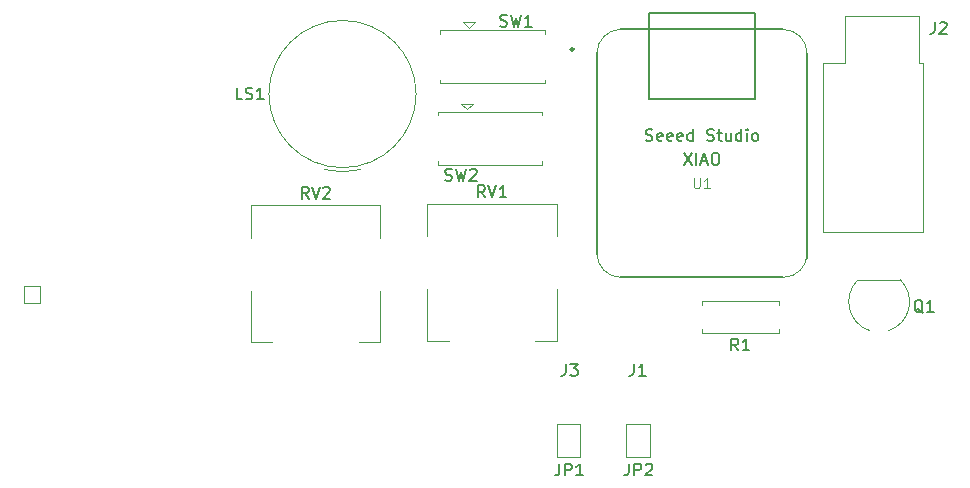
<source format=gbr>
%TF.GenerationSoftware,KiCad,Pcbnew,8.0.5*%
%TF.CreationDate,2025-07-03T02:12:50-07:00*%
%TF.ProjectId,Penguin_Paddle,50656e67-7569-46e5-9f50-6164646c652e, 4*%
%TF.SameCoordinates,Original*%
%TF.FileFunction,Legend,Top*%
%TF.FilePolarity,Positive*%
%FSLAX46Y46*%
G04 Gerber Fmt 4.6, Leading zero omitted, Abs format (unit mm)*
G04 Created by KiCad (PCBNEW 8.0.5) date 2025-07-03 02:12:50*
%MOMM*%
%LPD*%
G01*
G04 APERTURE LIST*
%ADD10C,0.150000*%
%ADD11C,0.101600*%
%ADD12C,0.120000*%
%ADD13C,0.127000*%
%ADD14C,0.254000*%
%ADD15C,0.025400*%
G04 APERTURE END LIST*
D10*
X221076666Y-110934819D02*
X221076666Y-111649104D01*
X221076666Y-111649104D02*
X221029047Y-111791961D01*
X221029047Y-111791961D02*
X220933809Y-111887200D01*
X220933809Y-111887200D02*
X220790952Y-111934819D01*
X220790952Y-111934819D02*
X220695714Y-111934819D01*
X221457619Y-110934819D02*
X222076666Y-110934819D01*
X222076666Y-110934819D02*
X221743333Y-111315771D01*
X221743333Y-111315771D02*
X221886190Y-111315771D01*
X221886190Y-111315771D02*
X221981428Y-111363390D01*
X221981428Y-111363390D02*
X222029047Y-111411009D01*
X222029047Y-111411009D02*
X222076666Y-111506247D01*
X222076666Y-111506247D02*
X222076666Y-111744342D01*
X222076666Y-111744342D02*
X222029047Y-111839580D01*
X222029047Y-111839580D02*
X221981428Y-111887200D01*
X221981428Y-111887200D02*
X221886190Y-111934819D01*
X221886190Y-111934819D02*
X221600476Y-111934819D01*
X221600476Y-111934819D02*
X221505238Y-111887200D01*
X221505238Y-111887200D02*
X221457619Y-111839580D01*
X251324761Y-106610057D02*
X251229523Y-106562438D01*
X251229523Y-106562438D02*
X251134285Y-106467200D01*
X251134285Y-106467200D02*
X250991428Y-106324342D01*
X250991428Y-106324342D02*
X250896190Y-106276723D01*
X250896190Y-106276723D02*
X250800952Y-106276723D01*
X250848571Y-106514819D02*
X250753333Y-106467200D01*
X250753333Y-106467200D02*
X250658095Y-106371961D01*
X250658095Y-106371961D02*
X250610476Y-106181485D01*
X250610476Y-106181485D02*
X250610476Y-105848152D01*
X250610476Y-105848152D02*
X250658095Y-105657676D01*
X250658095Y-105657676D02*
X250753333Y-105562438D01*
X250753333Y-105562438D02*
X250848571Y-105514819D01*
X250848571Y-105514819D02*
X251039047Y-105514819D01*
X251039047Y-105514819D02*
X251134285Y-105562438D01*
X251134285Y-105562438D02*
X251229523Y-105657676D01*
X251229523Y-105657676D02*
X251277142Y-105848152D01*
X251277142Y-105848152D02*
X251277142Y-106181485D01*
X251277142Y-106181485D02*
X251229523Y-106371961D01*
X251229523Y-106371961D02*
X251134285Y-106467200D01*
X251134285Y-106467200D02*
X251039047Y-106514819D01*
X251039047Y-106514819D02*
X250848571Y-106514819D01*
X252229523Y-106514819D02*
X251658095Y-106514819D01*
X251943809Y-106514819D02*
X251943809Y-105514819D01*
X251943809Y-105514819D02*
X251848571Y-105657676D01*
X251848571Y-105657676D02*
X251753333Y-105752914D01*
X251753333Y-105752914D02*
X251658095Y-105800533D01*
X199294761Y-96939819D02*
X198961428Y-96463628D01*
X198723333Y-96939819D02*
X198723333Y-95939819D01*
X198723333Y-95939819D02*
X199104285Y-95939819D01*
X199104285Y-95939819D02*
X199199523Y-95987438D01*
X199199523Y-95987438D02*
X199247142Y-96035057D01*
X199247142Y-96035057D02*
X199294761Y-96130295D01*
X199294761Y-96130295D02*
X199294761Y-96273152D01*
X199294761Y-96273152D02*
X199247142Y-96368390D01*
X199247142Y-96368390D02*
X199199523Y-96416009D01*
X199199523Y-96416009D02*
X199104285Y-96463628D01*
X199104285Y-96463628D02*
X198723333Y-96463628D01*
X199580476Y-95939819D02*
X199913809Y-96939819D01*
X199913809Y-96939819D02*
X200247142Y-95939819D01*
X200532857Y-96035057D02*
X200580476Y-95987438D01*
X200580476Y-95987438D02*
X200675714Y-95939819D01*
X200675714Y-95939819D02*
X200913809Y-95939819D01*
X200913809Y-95939819D02*
X201009047Y-95987438D01*
X201009047Y-95987438D02*
X201056666Y-96035057D01*
X201056666Y-96035057D02*
X201104285Y-96130295D01*
X201104285Y-96130295D02*
X201104285Y-96225533D01*
X201104285Y-96225533D02*
X201056666Y-96368390D01*
X201056666Y-96368390D02*
X200485238Y-96939819D01*
X200485238Y-96939819D02*
X201104285Y-96939819D01*
X214234761Y-96809819D02*
X213901428Y-96333628D01*
X213663333Y-96809819D02*
X213663333Y-95809819D01*
X213663333Y-95809819D02*
X214044285Y-95809819D01*
X214044285Y-95809819D02*
X214139523Y-95857438D01*
X214139523Y-95857438D02*
X214187142Y-95905057D01*
X214187142Y-95905057D02*
X214234761Y-96000295D01*
X214234761Y-96000295D02*
X214234761Y-96143152D01*
X214234761Y-96143152D02*
X214187142Y-96238390D01*
X214187142Y-96238390D02*
X214139523Y-96286009D01*
X214139523Y-96286009D02*
X214044285Y-96333628D01*
X214044285Y-96333628D02*
X213663333Y-96333628D01*
X214520476Y-95809819D02*
X214853809Y-96809819D01*
X214853809Y-96809819D02*
X215187142Y-95809819D01*
X216044285Y-96809819D02*
X215472857Y-96809819D01*
X215758571Y-96809819D02*
X215758571Y-95809819D01*
X215758571Y-95809819D02*
X215663333Y-95952676D01*
X215663333Y-95952676D02*
X215568095Y-96047914D01*
X215568095Y-96047914D02*
X215472857Y-96095533D01*
X220536666Y-119374819D02*
X220536666Y-120089104D01*
X220536666Y-120089104D02*
X220489047Y-120231961D01*
X220489047Y-120231961D02*
X220393809Y-120327200D01*
X220393809Y-120327200D02*
X220250952Y-120374819D01*
X220250952Y-120374819D02*
X220155714Y-120374819D01*
X221012857Y-120374819D02*
X221012857Y-119374819D01*
X221012857Y-119374819D02*
X221393809Y-119374819D01*
X221393809Y-119374819D02*
X221489047Y-119422438D01*
X221489047Y-119422438D02*
X221536666Y-119470057D01*
X221536666Y-119470057D02*
X221584285Y-119565295D01*
X221584285Y-119565295D02*
X221584285Y-119708152D01*
X221584285Y-119708152D02*
X221536666Y-119803390D01*
X221536666Y-119803390D02*
X221489047Y-119851009D01*
X221489047Y-119851009D02*
X221393809Y-119898628D01*
X221393809Y-119898628D02*
X221012857Y-119898628D01*
X222536666Y-120374819D02*
X221965238Y-120374819D01*
X222250952Y-120374819D02*
X222250952Y-119374819D01*
X222250952Y-119374819D02*
X222155714Y-119517676D01*
X222155714Y-119517676D02*
X222060476Y-119612914D01*
X222060476Y-119612914D02*
X221965238Y-119660533D01*
D11*
X231927666Y-95156985D02*
X231927666Y-95876652D01*
X231927666Y-95876652D02*
X231970000Y-95961318D01*
X231970000Y-95961318D02*
X232012333Y-96003652D01*
X232012333Y-96003652D02*
X232097000Y-96045985D01*
X232097000Y-96045985D02*
X232266333Y-96045985D01*
X232266333Y-96045985D02*
X232351000Y-96003652D01*
X232351000Y-96003652D02*
X232393333Y-95961318D01*
X232393333Y-95961318D02*
X232435666Y-95876652D01*
X232435666Y-95876652D02*
X232435666Y-95156985D01*
X233324666Y-96045985D02*
X232816666Y-96045985D01*
X233070666Y-96045985D02*
X233070666Y-95156985D01*
X233070666Y-95156985D02*
X232985999Y-95283985D01*
X232985999Y-95283985D02*
X232901333Y-95368652D01*
X232901333Y-95368652D02*
X232816666Y-95410985D01*
D10*
X227843095Y-92007200D02*
X227985952Y-92054819D01*
X227985952Y-92054819D02*
X228224047Y-92054819D01*
X228224047Y-92054819D02*
X228319285Y-92007200D01*
X228319285Y-92007200D02*
X228366904Y-91959580D01*
X228366904Y-91959580D02*
X228414523Y-91864342D01*
X228414523Y-91864342D02*
X228414523Y-91769104D01*
X228414523Y-91769104D02*
X228366904Y-91673866D01*
X228366904Y-91673866D02*
X228319285Y-91626247D01*
X228319285Y-91626247D02*
X228224047Y-91578628D01*
X228224047Y-91578628D02*
X228033571Y-91531009D01*
X228033571Y-91531009D02*
X227938333Y-91483390D01*
X227938333Y-91483390D02*
X227890714Y-91435771D01*
X227890714Y-91435771D02*
X227843095Y-91340533D01*
X227843095Y-91340533D02*
X227843095Y-91245295D01*
X227843095Y-91245295D02*
X227890714Y-91150057D01*
X227890714Y-91150057D02*
X227938333Y-91102438D01*
X227938333Y-91102438D02*
X228033571Y-91054819D01*
X228033571Y-91054819D02*
X228271666Y-91054819D01*
X228271666Y-91054819D02*
X228414523Y-91102438D01*
X229224047Y-92007200D02*
X229128809Y-92054819D01*
X229128809Y-92054819D02*
X228938333Y-92054819D01*
X228938333Y-92054819D02*
X228843095Y-92007200D01*
X228843095Y-92007200D02*
X228795476Y-91911961D01*
X228795476Y-91911961D02*
X228795476Y-91531009D01*
X228795476Y-91531009D02*
X228843095Y-91435771D01*
X228843095Y-91435771D02*
X228938333Y-91388152D01*
X228938333Y-91388152D02*
X229128809Y-91388152D01*
X229128809Y-91388152D02*
X229224047Y-91435771D01*
X229224047Y-91435771D02*
X229271666Y-91531009D01*
X229271666Y-91531009D02*
X229271666Y-91626247D01*
X229271666Y-91626247D02*
X228795476Y-91721485D01*
X230081190Y-92007200D02*
X229985952Y-92054819D01*
X229985952Y-92054819D02*
X229795476Y-92054819D01*
X229795476Y-92054819D02*
X229700238Y-92007200D01*
X229700238Y-92007200D02*
X229652619Y-91911961D01*
X229652619Y-91911961D02*
X229652619Y-91531009D01*
X229652619Y-91531009D02*
X229700238Y-91435771D01*
X229700238Y-91435771D02*
X229795476Y-91388152D01*
X229795476Y-91388152D02*
X229985952Y-91388152D01*
X229985952Y-91388152D02*
X230081190Y-91435771D01*
X230081190Y-91435771D02*
X230128809Y-91531009D01*
X230128809Y-91531009D02*
X230128809Y-91626247D01*
X230128809Y-91626247D02*
X229652619Y-91721485D01*
X230938333Y-92007200D02*
X230843095Y-92054819D01*
X230843095Y-92054819D02*
X230652619Y-92054819D01*
X230652619Y-92054819D02*
X230557381Y-92007200D01*
X230557381Y-92007200D02*
X230509762Y-91911961D01*
X230509762Y-91911961D02*
X230509762Y-91531009D01*
X230509762Y-91531009D02*
X230557381Y-91435771D01*
X230557381Y-91435771D02*
X230652619Y-91388152D01*
X230652619Y-91388152D02*
X230843095Y-91388152D01*
X230843095Y-91388152D02*
X230938333Y-91435771D01*
X230938333Y-91435771D02*
X230985952Y-91531009D01*
X230985952Y-91531009D02*
X230985952Y-91626247D01*
X230985952Y-91626247D02*
X230509762Y-91721485D01*
X231843095Y-92054819D02*
X231843095Y-91054819D01*
X231843095Y-92007200D02*
X231747857Y-92054819D01*
X231747857Y-92054819D02*
X231557381Y-92054819D01*
X231557381Y-92054819D02*
X231462143Y-92007200D01*
X231462143Y-92007200D02*
X231414524Y-91959580D01*
X231414524Y-91959580D02*
X231366905Y-91864342D01*
X231366905Y-91864342D02*
X231366905Y-91578628D01*
X231366905Y-91578628D02*
X231414524Y-91483390D01*
X231414524Y-91483390D02*
X231462143Y-91435771D01*
X231462143Y-91435771D02*
X231557381Y-91388152D01*
X231557381Y-91388152D02*
X231747857Y-91388152D01*
X231747857Y-91388152D02*
X231843095Y-91435771D01*
X233033572Y-92007200D02*
X233176429Y-92054819D01*
X233176429Y-92054819D02*
X233414524Y-92054819D01*
X233414524Y-92054819D02*
X233509762Y-92007200D01*
X233509762Y-92007200D02*
X233557381Y-91959580D01*
X233557381Y-91959580D02*
X233605000Y-91864342D01*
X233605000Y-91864342D02*
X233605000Y-91769104D01*
X233605000Y-91769104D02*
X233557381Y-91673866D01*
X233557381Y-91673866D02*
X233509762Y-91626247D01*
X233509762Y-91626247D02*
X233414524Y-91578628D01*
X233414524Y-91578628D02*
X233224048Y-91531009D01*
X233224048Y-91531009D02*
X233128810Y-91483390D01*
X233128810Y-91483390D02*
X233081191Y-91435771D01*
X233081191Y-91435771D02*
X233033572Y-91340533D01*
X233033572Y-91340533D02*
X233033572Y-91245295D01*
X233033572Y-91245295D02*
X233081191Y-91150057D01*
X233081191Y-91150057D02*
X233128810Y-91102438D01*
X233128810Y-91102438D02*
X233224048Y-91054819D01*
X233224048Y-91054819D02*
X233462143Y-91054819D01*
X233462143Y-91054819D02*
X233605000Y-91102438D01*
X233890715Y-91388152D02*
X234271667Y-91388152D01*
X234033572Y-91054819D02*
X234033572Y-91911961D01*
X234033572Y-91911961D02*
X234081191Y-92007200D01*
X234081191Y-92007200D02*
X234176429Y-92054819D01*
X234176429Y-92054819D02*
X234271667Y-92054819D01*
X235033572Y-91388152D02*
X235033572Y-92054819D01*
X234605001Y-91388152D02*
X234605001Y-91911961D01*
X234605001Y-91911961D02*
X234652620Y-92007200D01*
X234652620Y-92007200D02*
X234747858Y-92054819D01*
X234747858Y-92054819D02*
X234890715Y-92054819D01*
X234890715Y-92054819D02*
X234985953Y-92007200D01*
X234985953Y-92007200D02*
X235033572Y-91959580D01*
X235938334Y-92054819D02*
X235938334Y-91054819D01*
X235938334Y-92007200D02*
X235843096Y-92054819D01*
X235843096Y-92054819D02*
X235652620Y-92054819D01*
X235652620Y-92054819D02*
X235557382Y-92007200D01*
X235557382Y-92007200D02*
X235509763Y-91959580D01*
X235509763Y-91959580D02*
X235462144Y-91864342D01*
X235462144Y-91864342D02*
X235462144Y-91578628D01*
X235462144Y-91578628D02*
X235509763Y-91483390D01*
X235509763Y-91483390D02*
X235557382Y-91435771D01*
X235557382Y-91435771D02*
X235652620Y-91388152D01*
X235652620Y-91388152D02*
X235843096Y-91388152D01*
X235843096Y-91388152D02*
X235938334Y-91435771D01*
X236414525Y-92054819D02*
X236414525Y-91388152D01*
X236414525Y-91054819D02*
X236366906Y-91102438D01*
X236366906Y-91102438D02*
X236414525Y-91150057D01*
X236414525Y-91150057D02*
X236462144Y-91102438D01*
X236462144Y-91102438D02*
X236414525Y-91054819D01*
X236414525Y-91054819D02*
X236414525Y-91150057D01*
X237033572Y-92054819D02*
X236938334Y-92007200D01*
X236938334Y-92007200D02*
X236890715Y-91959580D01*
X236890715Y-91959580D02*
X236843096Y-91864342D01*
X236843096Y-91864342D02*
X236843096Y-91578628D01*
X236843096Y-91578628D02*
X236890715Y-91483390D01*
X236890715Y-91483390D02*
X236938334Y-91435771D01*
X236938334Y-91435771D02*
X237033572Y-91388152D01*
X237033572Y-91388152D02*
X237176429Y-91388152D01*
X237176429Y-91388152D02*
X237271667Y-91435771D01*
X237271667Y-91435771D02*
X237319286Y-91483390D01*
X237319286Y-91483390D02*
X237366905Y-91578628D01*
X237366905Y-91578628D02*
X237366905Y-91864342D01*
X237366905Y-91864342D02*
X237319286Y-91959580D01*
X237319286Y-91959580D02*
X237271667Y-92007200D01*
X237271667Y-92007200D02*
X237176429Y-92054819D01*
X237176429Y-92054819D02*
X237033572Y-92054819D01*
X231081191Y-93054818D02*
X231747857Y-94054818D01*
X231747857Y-93054818D02*
X231081191Y-94054818D01*
X232128810Y-94054818D02*
X232128810Y-93054818D01*
X232557381Y-93769103D02*
X233033571Y-93769103D01*
X232462143Y-94054818D02*
X232795476Y-93054818D01*
X232795476Y-93054818D02*
X233128809Y-94054818D01*
X233652619Y-93054818D02*
X233843095Y-93054818D01*
X233843095Y-93054818D02*
X233938333Y-93102437D01*
X233938333Y-93102437D02*
X234033571Y-93197675D01*
X234033571Y-93197675D02*
X234081190Y-93388151D01*
X234081190Y-93388151D02*
X234081190Y-93721484D01*
X234081190Y-93721484D02*
X234033571Y-93911960D01*
X234033571Y-93911960D02*
X233938333Y-94007199D01*
X233938333Y-94007199D02*
X233843095Y-94054818D01*
X233843095Y-94054818D02*
X233652619Y-94054818D01*
X233652619Y-94054818D02*
X233557381Y-94007199D01*
X233557381Y-94007199D02*
X233462143Y-93911960D01*
X233462143Y-93911960D02*
X233414524Y-93721484D01*
X233414524Y-93721484D02*
X233414524Y-93388151D01*
X233414524Y-93388151D02*
X233462143Y-93197675D01*
X233462143Y-93197675D02*
X233557381Y-93102437D01*
X233557381Y-93102437D02*
X233652619Y-93054818D01*
X226416666Y-119374819D02*
X226416666Y-120089104D01*
X226416666Y-120089104D02*
X226369047Y-120231961D01*
X226369047Y-120231961D02*
X226273809Y-120327200D01*
X226273809Y-120327200D02*
X226130952Y-120374819D01*
X226130952Y-120374819D02*
X226035714Y-120374819D01*
X226892857Y-120374819D02*
X226892857Y-119374819D01*
X226892857Y-119374819D02*
X227273809Y-119374819D01*
X227273809Y-119374819D02*
X227369047Y-119422438D01*
X227369047Y-119422438D02*
X227416666Y-119470057D01*
X227416666Y-119470057D02*
X227464285Y-119565295D01*
X227464285Y-119565295D02*
X227464285Y-119708152D01*
X227464285Y-119708152D02*
X227416666Y-119803390D01*
X227416666Y-119803390D02*
X227369047Y-119851009D01*
X227369047Y-119851009D02*
X227273809Y-119898628D01*
X227273809Y-119898628D02*
X226892857Y-119898628D01*
X227845238Y-119470057D02*
X227892857Y-119422438D01*
X227892857Y-119422438D02*
X227988095Y-119374819D01*
X227988095Y-119374819D02*
X228226190Y-119374819D01*
X228226190Y-119374819D02*
X228321428Y-119422438D01*
X228321428Y-119422438D02*
X228369047Y-119470057D01*
X228369047Y-119470057D02*
X228416666Y-119565295D01*
X228416666Y-119565295D02*
X228416666Y-119660533D01*
X228416666Y-119660533D02*
X228369047Y-119803390D01*
X228369047Y-119803390D02*
X227797619Y-120374819D01*
X227797619Y-120374819D02*
X228416666Y-120374819D01*
X226836666Y-110914819D02*
X226836666Y-111629104D01*
X226836666Y-111629104D02*
X226789047Y-111771961D01*
X226789047Y-111771961D02*
X226693809Y-111867200D01*
X226693809Y-111867200D02*
X226550952Y-111914819D01*
X226550952Y-111914819D02*
X226455714Y-111914819D01*
X227836666Y-111914819D02*
X227265238Y-111914819D01*
X227550952Y-111914819D02*
X227550952Y-110914819D01*
X227550952Y-110914819D02*
X227455714Y-111057676D01*
X227455714Y-111057676D02*
X227360476Y-111152914D01*
X227360476Y-111152914D02*
X227265238Y-111200533D01*
X252316666Y-81974819D02*
X252316666Y-82689104D01*
X252316666Y-82689104D02*
X252269047Y-82831961D01*
X252269047Y-82831961D02*
X252173809Y-82927200D01*
X252173809Y-82927200D02*
X252030952Y-82974819D01*
X252030952Y-82974819D02*
X251935714Y-82974819D01*
X252745238Y-82070057D02*
X252792857Y-82022438D01*
X252792857Y-82022438D02*
X252888095Y-81974819D01*
X252888095Y-81974819D02*
X253126190Y-81974819D01*
X253126190Y-81974819D02*
X253221428Y-82022438D01*
X253221428Y-82022438D02*
X253269047Y-82070057D01*
X253269047Y-82070057D02*
X253316666Y-82165295D01*
X253316666Y-82165295D02*
X253316666Y-82260533D01*
X253316666Y-82260533D02*
X253269047Y-82403390D01*
X253269047Y-82403390D02*
X252697619Y-82974819D01*
X252697619Y-82974819D02*
X253316666Y-82974819D01*
X193677142Y-88534819D02*
X193200952Y-88534819D01*
X193200952Y-88534819D02*
X193200952Y-87534819D01*
X193962857Y-88487200D02*
X194105714Y-88534819D01*
X194105714Y-88534819D02*
X194343809Y-88534819D01*
X194343809Y-88534819D02*
X194439047Y-88487200D01*
X194439047Y-88487200D02*
X194486666Y-88439580D01*
X194486666Y-88439580D02*
X194534285Y-88344342D01*
X194534285Y-88344342D02*
X194534285Y-88249104D01*
X194534285Y-88249104D02*
X194486666Y-88153866D01*
X194486666Y-88153866D02*
X194439047Y-88106247D01*
X194439047Y-88106247D02*
X194343809Y-88058628D01*
X194343809Y-88058628D02*
X194153333Y-88011009D01*
X194153333Y-88011009D02*
X194058095Y-87963390D01*
X194058095Y-87963390D02*
X194010476Y-87915771D01*
X194010476Y-87915771D02*
X193962857Y-87820533D01*
X193962857Y-87820533D02*
X193962857Y-87725295D01*
X193962857Y-87725295D02*
X194010476Y-87630057D01*
X194010476Y-87630057D02*
X194058095Y-87582438D01*
X194058095Y-87582438D02*
X194153333Y-87534819D01*
X194153333Y-87534819D02*
X194391428Y-87534819D01*
X194391428Y-87534819D02*
X194534285Y-87582438D01*
X195486666Y-88534819D02*
X194915238Y-88534819D01*
X195200952Y-88534819D02*
X195200952Y-87534819D01*
X195200952Y-87534819D02*
X195105714Y-87677676D01*
X195105714Y-87677676D02*
X195010476Y-87772914D01*
X195010476Y-87772914D02*
X194915238Y-87820533D01*
X235673333Y-109784819D02*
X235340000Y-109308628D01*
X235101905Y-109784819D02*
X235101905Y-108784819D01*
X235101905Y-108784819D02*
X235482857Y-108784819D01*
X235482857Y-108784819D02*
X235578095Y-108832438D01*
X235578095Y-108832438D02*
X235625714Y-108880057D01*
X235625714Y-108880057D02*
X235673333Y-108975295D01*
X235673333Y-108975295D02*
X235673333Y-109118152D01*
X235673333Y-109118152D02*
X235625714Y-109213390D01*
X235625714Y-109213390D02*
X235578095Y-109261009D01*
X235578095Y-109261009D02*
X235482857Y-109308628D01*
X235482857Y-109308628D02*
X235101905Y-109308628D01*
X236625714Y-109784819D02*
X236054286Y-109784819D01*
X236340000Y-109784819D02*
X236340000Y-108784819D01*
X236340000Y-108784819D02*
X236244762Y-108927676D01*
X236244762Y-108927676D02*
X236149524Y-109022914D01*
X236149524Y-109022914D02*
X236054286Y-109070533D01*
X210869167Y-95367200D02*
X211012024Y-95414819D01*
X211012024Y-95414819D02*
X211250119Y-95414819D01*
X211250119Y-95414819D02*
X211345357Y-95367200D01*
X211345357Y-95367200D02*
X211392976Y-95319580D01*
X211392976Y-95319580D02*
X211440595Y-95224342D01*
X211440595Y-95224342D02*
X211440595Y-95129104D01*
X211440595Y-95129104D02*
X211392976Y-95033866D01*
X211392976Y-95033866D02*
X211345357Y-94986247D01*
X211345357Y-94986247D02*
X211250119Y-94938628D01*
X211250119Y-94938628D02*
X211059643Y-94891009D01*
X211059643Y-94891009D02*
X210964405Y-94843390D01*
X210964405Y-94843390D02*
X210916786Y-94795771D01*
X210916786Y-94795771D02*
X210869167Y-94700533D01*
X210869167Y-94700533D02*
X210869167Y-94605295D01*
X210869167Y-94605295D02*
X210916786Y-94510057D01*
X210916786Y-94510057D02*
X210964405Y-94462438D01*
X210964405Y-94462438D02*
X211059643Y-94414819D01*
X211059643Y-94414819D02*
X211297738Y-94414819D01*
X211297738Y-94414819D02*
X211440595Y-94462438D01*
X211773929Y-94414819D02*
X212012024Y-95414819D01*
X212012024Y-95414819D02*
X212202500Y-94700533D01*
X212202500Y-94700533D02*
X212392976Y-95414819D01*
X212392976Y-95414819D02*
X212631072Y-94414819D01*
X212964405Y-94510057D02*
X213012024Y-94462438D01*
X213012024Y-94462438D02*
X213107262Y-94414819D01*
X213107262Y-94414819D02*
X213345357Y-94414819D01*
X213345357Y-94414819D02*
X213440595Y-94462438D01*
X213440595Y-94462438D02*
X213488214Y-94510057D01*
X213488214Y-94510057D02*
X213535833Y-94605295D01*
X213535833Y-94605295D02*
X213535833Y-94700533D01*
X213535833Y-94700533D02*
X213488214Y-94843390D01*
X213488214Y-94843390D02*
X212916786Y-95414819D01*
X212916786Y-95414819D02*
X213535833Y-95414819D01*
X215526667Y-82327200D02*
X215669524Y-82374819D01*
X215669524Y-82374819D02*
X215907619Y-82374819D01*
X215907619Y-82374819D02*
X216002857Y-82327200D01*
X216002857Y-82327200D02*
X216050476Y-82279580D01*
X216050476Y-82279580D02*
X216098095Y-82184342D01*
X216098095Y-82184342D02*
X216098095Y-82089104D01*
X216098095Y-82089104D02*
X216050476Y-81993866D01*
X216050476Y-81993866D02*
X216002857Y-81946247D01*
X216002857Y-81946247D02*
X215907619Y-81898628D01*
X215907619Y-81898628D02*
X215717143Y-81851009D01*
X215717143Y-81851009D02*
X215621905Y-81803390D01*
X215621905Y-81803390D02*
X215574286Y-81755771D01*
X215574286Y-81755771D02*
X215526667Y-81660533D01*
X215526667Y-81660533D02*
X215526667Y-81565295D01*
X215526667Y-81565295D02*
X215574286Y-81470057D01*
X215574286Y-81470057D02*
X215621905Y-81422438D01*
X215621905Y-81422438D02*
X215717143Y-81374819D01*
X215717143Y-81374819D02*
X215955238Y-81374819D01*
X215955238Y-81374819D02*
X216098095Y-81422438D01*
X216431429Y-81374819D02*
X216669524Y-82374819D01*
X216669524Y-82374819D02*
X216860000Y-81660533D01*
X216860000Y-81660533D02*
X217050476Y-82374819D01*
X217050476Y-82374819D02*
X217288572Y-81374819D01*
X218193333Y-82374819D02*
X217621905Y-82374819D01*
X217907619Y-82374819D02*
X217907619Y-81374819D01*
X217907619Y-81374819D02*
X217812381Y-81517676D01*
X217812381Y-81517676D02*
X217717143Y-81612914D01*
X217717143Y-81612914D02*
X217621905Y-81660533D01*
D12*
%TO.C,Q1*%
X249400000Y-103810000D02*
X245800000Y-103810000D01*
X246820000Y-108110000D02*
G75*
G02*
X245791555Y-103832316I780000J2450000D01*
G01*
X249411453Y-103817844D02*
G75*
G02*
X248420000Y-108110000I-1811453J-1842156D01*
G01*
%TO.C,RV2*%
X194420000Y-97515000D02*
X194420000Y-100235000D01*
X194420000Y-104735000D02*
X194420000Y-109105000D01*
X196240000Y-109105000D02*
X194420000Y-109105000D01*
X205360000Y-97515000D02*
X194420000Y-97515000D01*
X205360000Y-97515000D02*
X205360000Y-100235000D01*
X205360000Y-104735000D02*
X205360000Y-109105000D01*
X205360000Y-109105000D02*
X203540000Y-109105000D01*
%TO.C,RV1*%
X209360000Y-97385000D02*
X209360000Y-100105000D01*
X209360000Y-104605000D02*
X209360000Y-108975000D01*
X211180000Y-108975000D02*
X209360000Y-108975000D01*
X220300000Y-97385000D02*
X209360000Y-97385000D01*
X220300000Y-97385000D02*
X220300000Y-100105000D01*
X220300000Y-104605000D02*
X220300000Y-108975000D01*
X220300000Y-108975000D02*
X218480000Y-108975000D01*
%TO.C,JP1*%
X220290000Y-115990000D02*
X222290000Y-115990000D01*
X220290000Y-118790000D02*
X220290000Y-115990000D01*
X222290000Y-115990000D02*
X222290000Y-118790000D01*
X222290000Y-118790000D02*
X220290000Y-118790000D01*
%TO.C,REF\u002A\u002A*%
X175190000Y-104340000D02*
X176590000Y-104340000D01*
X175190000Y-105740000D02*
X175190000Y-104340000D01*
X176590000Y-104340000D02*
X176590000Y-105740000D01*
X176590000Y-105740000D02*
X175190000Y-105740000D01*
D13*
%TO.C,U1*%
X223705000Y-84600000D02*
X223705000Y-101600000D01*
X225705000Y-103600000D02*
X239505000Y-103600000D01*
X228105000Y-81175970D02*
X237105000Y-81175970D01*
X228105000Y-88529270D02*
X228105000Y-81175970D01*
X237105000Y-81175970D02*
X237105000Y-88529270D01*
X237105000Y-88529270D02*
X228105000Y-88529270D01*
X239505000Y-82600910D02*
X225705000Y-82600910D01*
X241505000Y-101600000D02*
X241505000Y-84600000D01*
D12*
X223705000Y-84600000D02*
G75*
G02*
X225705000Y-82600000I2044612J-44612D01*
G01*
X225705000Y-103600000D02*
G75*
G02*
X223705000Y-101600000I44857J2044857D01*
G01*
X239505000Y-82600000D02*
G75*
G02*
X241505000Y-84600000I-44600J-2044600D01*
G01*
X241505000Y-101600000D02*
G75*
G02*
X239505000Y-103600000I-2000000J0D01*
G01*
D14*
X221732000Y-84300000D02*
G75*
G02*
X221478000Y-84300000I-127000J0D01*
G01*
X221478000Y-84300000D02*
G75*
G02*
X221732000Y-84300000I127000J0D01*
G01*
D15*
X223717285Y-84538295D02*
X223720333Y-84489527D01*
X223724396Y-84440506D01*
X223717285Y-84538295D01*
X241492713Y-101670850D02*
X241489665Y-101719618D01*
X241485601Y-101768639D01*
X241480268Y-101817407D01*
X241473664Y-101866175D01*
X241466044Y-101914690D01*
X241457152Y-101962950D01*
X241447248Y-102010955D01*
X241494492Y-101621574D01*
X241492713Y-101670850D01*
D12*
%TO.C,JP2*%
X226180000Y-116000000D02*
X228180000Y-116000000D01*
X226180000Y-118800000D02*
X226180000Y-116000000D01*
X228180000Y-116000000D02*
X228180000Y-118800000D01*
X228180000Y-118800000D02*
X226180000Y-118800000D01*
%TO.C,J2*%
X242840000Y-85480000D02*
X244740000Y-85480000D01*
X242840000Y-99720000D02*
X242840000Y-85480000D01*
X244740000Y-81480000D02*
X250980000Y-81480000D01*
X244740000Y-85480000D02*
X244740000Y-81480000D01*
X250980000Y-81480000D02*
X250980000Y-85480000D01*
X250980000Y-85480000D02*
X251280000Y-85480000D01*
X251280000Y-85480000D02*
X251280000Y-99720000D01*
X251280000Y-99720000D02*
X242840000Y-99720000D01*
%TO.C,LS1*%
X203669999Y-94480000D02*
G75*
G02*
X200670000Y-94480000I-1499999J6400000D01*
G01*
X208400000Y-88080000D02*
G75*
G02*
X195940000Y-88080000I-6230000J0D01*
G01*
X195940000Y-88080000D02*
G75*
G02*
X208400000Y-88080000I6230000J0D01*
G01*
%TO.C,R1*%
X232570000Y-105590000D02*
X232570000Y-105920000D01*
X232570000Y-108330000D02*
X232570000Y-108000000D01*
X239110000Y-105590000D02*
X232570000Y-105590000D01*
X239110000Y-105920000D02*
X239110000Y-105590000D01*
X239110000Y-108000000D02*
X239110000Y-108330000D01*
X239110000Y-108330000D02*
X232570000Y-108330000D01*
%TO.C,SW2*%
X210270000Y-89580000D02*
X219090000Y-89580000D01*
X210270000Y-89890000D02*
X210270000Y-89580000D01*
X210270000Y-94100000D02*
X210270000Y-93790000D01*
X212180000Y-88880000D02*
X212680000Y-89380000D01*
X212680000Y-89380000D02*
X213180000Y-88880000D01*
X213180000Y-88880000D02*
X212180000Y-88880000D01*
X219090000Y-89580000D02*
X219090000Y-89890000D01*
X219090000Y-94100000D02*
X210270000Y-94100000D01*
X219090000Y-94100000D02*
X219090000Y-93790000D01*
%TO.C,SW1*%
X210460000Y-82650000D02*
X219280000Y-82650000D01*
X210460000Y-82960000D02*
X210460000Y-82650000D01*
X210460000Y-87170000D02*
X210460000Y-86860000D01*
X212370000Y-81950000D02*
X212870000Y-82450000D01*
X212870000Y-82450000D02*
X213370000Y-81950000D01*
X213370000Y-81950000D02*
X212370000Y-81950000D01*
X219280000Y-82650000D02*
X219280000Y-82960000D01*
X219280000Y-87170000D02*
X210460000Y-87170000D01*
X219280000Y-87170000D02*
X219280000Y-86860000D01*
%TD*%
M02*

</source>
